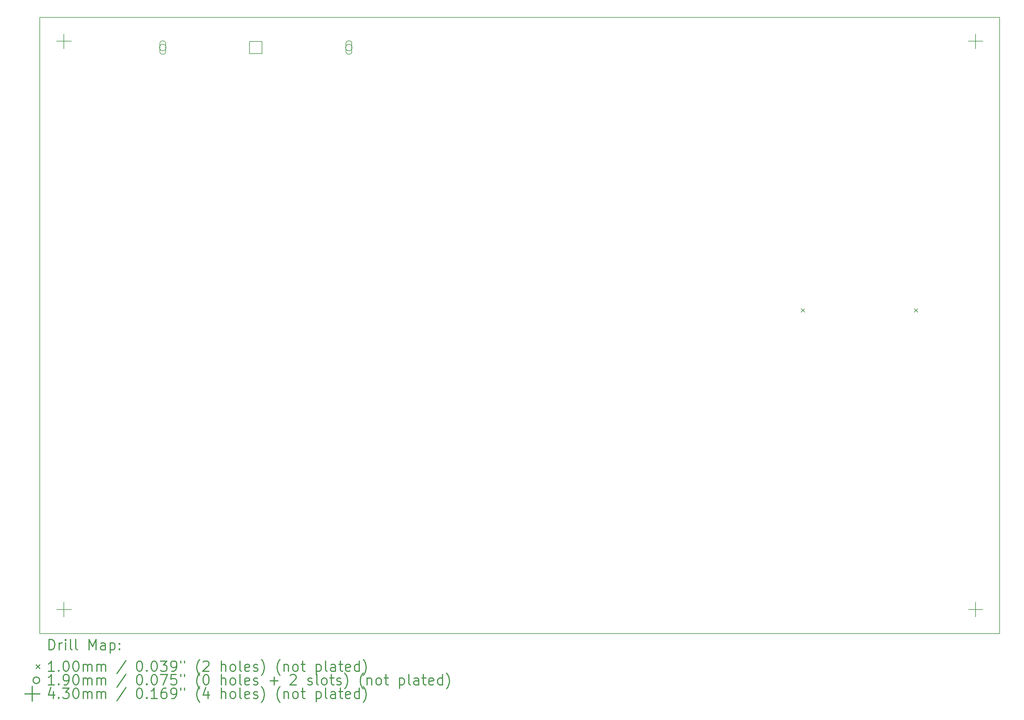
<source format=gbr>
%FSLAX45Y45*%
G04 Gerber Fmt 4.5, Leading zero omitted, Abs format (unit mm)*
G04 Created by KiCad (PCBNEW 4.0.7) date Wednesday 28 November 2018 'à' 00:53:56*
%MOMM*%
%LPD*%
G01*
G04 APERTURE LIST*
%ADD10C,0.127000*%
%ADD11C,0.150000*%
%ADD12C,0.200000*%
%ADD13C,0.300000*%
G04 APERTURE END LIST*
D10*
D11*
X11118000Y-6060500D02*
X11118000Y-5703000D01*
X11478000Y-6060500D02*
X11118000Y-6060500D01*
X11478000Y-5703000D02*
X11478000Y-6060500D01*
X11118000Y-5703000D02*
X11478000Y-5703000D01*
X5000000Y-23000000D02*
X5000000Y-5000000D01*
X33000000Y-23000000D02*
X5000000Y-23000000D01*
X33000000Y-5000000D02*
X33000000Y-23000000D01*
X5000000Y-5000000D02*
X33000000Y-5000000D01*
D12*
X27215000Y-13510400D02*
X27315000Y-13610400D01*
X27315000Y-13510400D02*
X27215000Y-13610400D01*
X30515000Y-13510400D02*
X30615000Y-13610400D01*
X30615000Y-13510400D02*
X30515000Y-13610400D01*
X8680500Y-5883000D02*
G75*
G03X8680500Y-5883000I-95000J0D01*
G01*
X8670500Y-5998000D02*
X8670500Y-5768000D01*
X8500500Y-5998000D02*
X8500500Y-5768000D01*
X8670500Y-5768000D02*
G75*
G03X8500500Y-5768000I-85000J0D01*
G01*
X8500500Y-5998000D02*
G75*
G03X8670500Y-5998000I85000J0D01*
G01*
X14110500Y-5883000D02*
G75*
G03X14110500Y-5883000I-95000J0D01*
G01*
X14100500Y-5998000D02*
X14100500Y-5768000D01*
X13930500Y-5998000D02*
X13930500Y-5768000D01*
X14100500Y-5768000D02*
G75*
G03X13930500Y-5768000I-85000J0D01*
G01*
X13930500Y-5998000D02*
G75*
G03X14100500Y-5998000I85000J0D01*
G01*
X5700000Y-5485000D02*
X5700000Y-5915000D01*
X5485000Y-5700000D02*
X5915000Y-5700000D01*
X5700000Y-22082500D02*
X5700000Y-22512500D01*
X5485000Y-22297500D02*
X5915000Y-22297500D01*
X32300000Y-5485000D02*
X32300000Y-5915000D01*
X32085000Y-5700000D02*
X32515000Y-5700000D01*
X32300000Y-22082500D02*
X32300000Y-22512500D01*
X32085000Y-22297500D02*
X32515000Y-22297500D01*
D13*
X5263929Y-23473214D02*
X5263929Y-23173214D01*
X5335357Y-23173214D01*
X5378214Y-23187500D01*
X5406786Y-23216071D01*
X5421071Y-23244643D01*
X5435357Y-23301786D01*
X5435357Y-23344643D01*
X5421071Y-23401786D01*
X5406786Y-23430357D01*
X5378214Y-23458929D01*
X5335357Y-23473214D01*
X5263929Y-23473214D01*
X5563929Y-23473214D02*
X5563929Y-23273214D01*
X5563929Y-23330357D02*
X5578214Y-23301786D01*
X5592500Y-23287500D01*
X5621071Y-23273214D01*
X5649643Y-23273214D01*
X5749643Y-23473214D02*
X5749643Y-23273214D01*
X5749643Y-23173214D02*
X5735357Y-23187500D01*
X5749643Y-23201786D01*
X5763928Y-23187500D01*
X5749643Y-23173214D01*
X5749643Y-23201786D01*
X5935357Y-23473214D02*
X5906786Y-23458929D01*
X5892500Y-23430357D01*
X5892500Y-23173214D01*
X6092500Y-23473214D02*
X6063928Y-23458929D01*
X6049643Y-23430357D01*
X6049643Y-23173214D01*
X6435357Y-23473214D02*
X6435357Y-23173214D01*
X6535357Y-23387500D01*
X6635357Y-23173214D01*
X6635357Y-23473214D01*
X6906786Y-23473214D02*
X6906786Y-23316071D01*
X6892500Y-23287500D01*
X6863928Y-23273214D01*
X6806786Y-23273214D01*
X6778214Y-23287500D01*
X6906786Y-23458929D02*
X6878214Y-23473214D01*
X6806786Y-23473214D01*
X6778214Y-23458929D01*
X6763928Y-23430357D01*
X6763928Y-23401786D01*
X6778214Y-23373214D01*
X6806786Y-23358929D01*
X6878214Y-23358929D01*
X6906786Y-23344643D01*
X7049643Y-23273214D02*
X7049643Y-23573214D01*
X7049643Y-23287500D02*
X7078214Y-23273214D01*
X7135357Y-23273214D01*
X7163928Y-23287500D01*
X7178214Y-23301786D01*
X7192500Y-23330357D01*
X7192500Y-23416071D01*
X7178214Y-23444643D01*
X7163928Y-23458929D01*
X7135357Y-23473214D01*
X7078214Y-23473214D01*
X7049643Y-23458929D01*
X7321071Y-23444643D02*
X7335357Y-23458929D01*
X7321071Y-23473214D01*
X7306786Y-23458929D01*
X7321071Y-23444643D01*
X7321071Y-23473214D01*
X7321071Y-23287500D02*
X7335357Y-23301786D01*
X7321071Y-23316071D01*
X7306786Y-23301786D01*
X7321071Y-23287500D01*
X7321071Y-23316071D01*
X4892500Y-23917500D02*
X4992500Y-24017500D01*
X4992500Y-23917500D02*
X4892500Y-24017500D01*
X5421071Y-24103214D02*
X5249643Y-24103214D01*
X5335357Y-24103214D02*
X5335357Y-23803214D01*
X5306786Y-23846071D01*
X5278214Y-23874643D01*
X5249643Y-23888929D01*
X5549643Y-24074643D02*
X5563929Y-24088929D01*
X5549643Y-24103214D01*
X5535357Y-24088929D01*
X5549643Y-24074643D01*
X5549643Y-24103214D01*
X5749643Y-23803214D02*
X5778214Y-23803214D01*
X5806786Y-23817500D01*
X5821071Y-23831786D01*
X5835357Y-23860357D01*
X5849643Y-23917500D01*
X5849643Y-23988929D01*
X5835357Y-24046071D01*
X5821071Y-24074643D01*
X5806786Y-24088929D01*
X5778214Y-24103214D01*
X5749643Y-24103214D01*
X5721071Y-24088929D01*
X5706786Y-24074643D01*
X5692500Y-24046071D01*
X5678214Y-23988929D01*
X5678214Y-23917500D01*
X5692500Y-23860357D01*
X5706786Y-23831786D01*
X5721071Y-23817500D01*
X5749643Y-23803214D01*
X6035357Y-23803214D02*
X6063928Y-23803214D01*
X6092500Y-23817500D01*
X6106786Y-23831786D01*
X6121071Y-23860357D01*
X6135357Y-23917500D01*
X6135357Y-23988929D01*
X6121071Y-24046071D01*
X6106786Y-24074643D01*
X6092500Y-24088929D01*
X6063928Y-24103214D01*
X6035357Y-24103214D01*
X6006786Y-24088929D01*
X5992500Y-24074643D01*
X5978214Y-24046071D01*
X5963928Y-23988929D01*
X5963928Y-23917500D01*
X5978214Y-23860357D01*
X5992500Y-23831786D01*
X6006786Y-23817500D01*
X6035357Y-23803214D01*
X6263928Y-24103214D02*
X6263928Y-23903214D01*
X6263928Y-23931786D02*
X6278214Y-23917500D01*
X6306786Y-23903214D01*
X6349643Y-23903214D01*
X6378214Y-23917500D01*
X6392500Y-23946071D01*
X6392500Y-24103214D01*
X6392500Y-23946071D02*
X6406786Y-23917500D01*
X6435357Y-23903214D01*
X6478214Y-23903214D01*
X6506786Y-23917500D01*
X6521071Y-23946071D01*
X6521071Y-24103214D01*
X6663928Y-24103214D02*
X6663928Y-23903214D01*
X6663928Y-23931786D02*
X6678214Y-23917500D01*
X6706786Y-23903214D01*
X6749643Y-23903214D01*
X6778214Y-23917500D01*
X6792500Y-23946071D01*
X6792500Y-24103214D01*
X6792500Y-23946071D02*
X6806786Y-23917500D01*
X6835357Y-23903214D01*
X6878214Y-23903214D01*
X6906786Y-23917500D01*
X6921071Y-23946071D01*
X6921071Y-24103214D01*
X7506786Y-23788929D02*
X7249643Y-24174643D01*
X7892500Y-23803214D02*
X7921071Y-23803214D01*
X7949643Y-23817500D01*
X7963928Y-23831786D01*
X7978214Y-23860357D01*
X7992500Y-23917500D01*
X7992500Y-23988929D01*
X7978214Y-24046071D01*
X7963928Y-24074643D01*
X7949643Y-24088929D01*
X7921071Y-24103214D01*
X7892500Y-24103214D01*
X7863928Y-24088929D01*
X7849643Y-24074643D01*
X7835357Y-24046071D01*
X7821071Y-23988929D01*
X7821071Y-23917500D01*
X7835357Y-23860357D01*
X7849643Y-23831786D01*
X7863928Y-23817500D01*
X7892500Y-23803214D01*
X8121071Y-24074643D02*
X8135357Y-24088929D01*
X8121071Y-24103214D01*
X8106786Y-24088929D01*
X8121071Y-24074643D01*
X8121071Y-24103214D01*
X8321071Y-23803214D02*
X8349643Y-23803214D01*
X8378214Y-23817500D01*
X8392500Y-23831786D01*
X8406786Y-23860357D01*
X8421071Y-23917500D01*
X8421071Y-23988929D01*
X8406786Y-24046071D01*
X8392500Y-24074643D01*
X8378214Y-24088929D01*
X8349643Y-24103214D01*
X8321071Y-24103214D01*
X8292500Y-24088929D01*
X8278214Y-24074643D01*
X8263928Y-24046071D01*
X8249643Y-23988929D01*
X8249643Y-23917500D01*
X8263928Y-23860357D01*
X8278214Y-23831786D01*
X8292500Y-23817500D01*
X8321071Y-23803214D01*
X8521071Y-23803214D02*
X8706786Y-23803214D01*
X8606786Y-23917500D01*
X8649643Y-23917500D01*
X8678214Y-23931786D01*
X8692500Y-23946071D01*
X8706786Y-23974643D01*
X8706786Y-24046071D01*
X8692500Y-24074643D01*
X8678214Y-24088929D01*
X8649643Y-24103214D01*
X8563928Y-24103214D01*
X8535357Y-24088929D01*
X8521071Y-24074643D01*
X8849643Y-24103214D02*
X8906786Y-24103214D01*
X8935357Y-24088929D01*
X8949643Y-24074643D01*
X8978214Y-24031786D01*
X8992500Y-23974643D01*
X8992500Y-23860357D01*
X8978214Y-23831786D01*
X8963928Y-23817500D01*
X8935357Y-23803214D01*
X8878214Y-23803214D01*
X8849643Y-23817500D01*
X8835357Y-23831786D01*
X8821071Y-23860357D01*
X8821071Y-23931786D01*
X8835357Y-23960357D01*
X8849643Y-23974643D01*
X8878214Y-23988929D01*
X8935357Y-23988929D01*
X8963928Y-23974643D01*
X8978214Y-23960357D01*
X8992500Y-23931786D01*
X9106786Y-23803214D02*
X9106786Y-23860357D01*
X9221071Y-23803214D02*
X9221071Y-23860357D01*
X9663928Y-24217500D02*
X9649643Y-24203214D01*
X9621071Y-24160357D01*
X9606786Y-24131786D01*
X9592500Y-24088929D01*
X9578214Y-24017500D01*
X9578214Y-23960357D01*
X9592500Y-23888929D01*
X9606786Y-23846071D01*
X9621071Y-23817500D01*
X9649643Y-23774643D01*
X9663928Y-23760357D01*
X9763928Y-23831786D02*
X9778214Y-23817500D01*
X9806786Y-23803214D01*
X9878214Y-23803214D01*
X9906786Y-23817500D01*
X9921071Y-23831786D01*
X9935357Y-23860357D01*
X9935357Y-23888929D01*
X9921071Y-23931786D01*
X9749643Y-24103214D01*
X9935357Y-24103214D01*
X10292500Y-24103214D02*
X10292500Y-23803214D01*
X10421071Y-24103214D02*
X10421071Y-23946071D01*
X10406786Y-23917500D01*
X10378214Y-23903214D01*
X10335357Y-23903214D01*
X10306786Y-23917500D01*
X10292500Y-23931786D01*
X10606786Y-24103214D02*
X10578214Y-24088929D01*
X10563928Y-24074643D01*
X10549643Y-24046071D01*
X10549643Y-23960357D01*
X10563928Y-23931786D01*
X10578214Y-23917500D01*
X10606786Y-23903214D01*
X10649643Y-23903214D01*
X10678214Y-23917500D01*
X10692500Y-23931786D01*
X10706786Y-23960357D01*
X10706786Y-24046071D01*
X10692500Y-24074643D01*
X10678214Y-24088929D01*
X10649643Y-24103214D01*
X10606786Y-24103214D01*
X10878214Y-24103214D02*
X10849643Y-24088929D01*
X10835357Y-24060357D01*
X10835357Y-23803214D01*
X11106786Y-24088929D02*
X11078214Y-24103214D01*
X11021071Y-24103214D01*
X10992500Y-24088929D01*
X10978214Y-24060357D01*
X10978214Y-23946071D01*
X10992500Y-23917500D01*
X11021071Y-23903214D01*
X11078214Y-23903214D01*
X11106786Y-23917500D01*
X11121071Y-23946071D01*
X11121071Y-23974643D01*
X10978214Y-24003214D01*
X11235357Y-24088929D02*
X11263928Y-24103214D01*
X11321071Y-24103214D01*
X11349643Y-24088929D01*
X11363928Y-24060357D01*
X11363928Y-24046071D01*
X11349643Y-24017500D01*
X11321071Y-24003214D01*
X11278214Y-24003214D01*
X11249643Y-23988929D01*
X11235357Y-23960357D01*
X11235357Y-23946071D01*
X11249643Y-23917500D01*
X11278214Y-23903214D01*
X11321071Y-23903214D01*
X11349643Y-23917500D01*
X11463928Y-24217500D02*
X11478214Y-24203214D01*
X11506786Y-24160357D01*
X11521071Y-24131786D01*
X11535357Y-24088929D01*
X11549643Y-24017500D01*
X11549643Y-23960357D01*
X11535357Y-23888929D01*
X11521071Y-23846071D01*
X11506786Y-23817500D01*
X11478214Y-23774643D01*
X11463928Y-23760357D01*
X12006786Y-24217500D02*
X11992500Y-24203214D01*
X11963928Y-24160357D01*
X11949643Y-24131786D01*
X11935357Y-24088929D01*
X11921071Y-24017500D01*
X11921071Y-23960357D01*
X11935357Y-23888929D01*
X11949643Y-23846071D01*
X11963928Y-23817500D01*
X11992500Y-23774643D01*
X12006786Y-23760357D01*
X12121071Y-23903214D02*
X12121071Y-24103214D01*
X12121071Y-23931786D02*
X12135357Y-23917500D01*
X12163928Y-23903214D01*
X12206786Y-23903214D01*
X12235357Y-23917500D01*
X12249643Y-23946071D01*
X12249643Y-24103214D01*
X12435357Y-24103214D02*
X12406786Y-24088929D01*
X12392500Y-24074643D01*
X12378214Y-24046071D01*
X12378214Y-23960357D01*
X12392500Y-23931786D01*
X12406786Y-23917500D01*
X12435357Y-23903214D01*
X12478214Y-23903214D01*
X12506786Y-23917500D01*
X12521071Y-23931786D01*
X12535357Y-23960357D01*
X12535357Y-24046071D01*
X12521071Y-24074643D01*
X12506786Y-24088929D01*
X12478214Y-24103214D01*
X12435357Y-24103214D01*
X12621071Y-23903214D02*
X12735357Y-23903214D01*
X12663928Y-23803214D02*
X12663928Y-24060357D01*
X12678214Y-24088929D01*
X12706786Y-24103214D01*
X12735357Y-24103214D01*
X13063928Y-23903214D02*
X13063928Y-24203214D01*
X13063928Y-23917500D02*
X13092500Y-23903214D01*
X13149643Y-23903214D01*
X13178214Y-23917500D01*
X13192500Y-23931786D01*
X13206786Y-23960357D01*
X13206786Y-24046071D01*
X13192500Y-24074643D01*
X13178214Y-24088929D01*
X13149643Y-24103214D01*
X13092500Y-24103214D01*
X13063928Y-24088929D01*
X13378214Y-24103214D02*
X13349643Y-24088929D01*
X13335357Y-24060357D01*
X13335357Y-23803214D01*
X13621071Y-24103214D02*
X13621071Y-23946071D01*
X13606786Y-23917500D01*
X13578214Y-23903214D01*
X13521071Y-23903214D01*
X13492500Y-23917500D01*
X13621071Y-24088929D02*
X13592500Y-24103214D01*
X13521071Y-24103214D01*
X13492500Y-24088929D01*
X13478214Y-24060357D01*
X13478214Y-24031786D01*
X13492500Y-24003214D01*
X13521071Y-23988929D01*
X13592500Y-23988929D01*
X13621071Y-23974643D01*
X13721071Y-23903214D02*
X13835357Y-23903214D01*
X13763929Y-23803214D02*
X13763929Y-24060357D01*
X13778214Y-24088929D01*
X13806786Y-24103214D01*
X13835357Y-24103214D01*
X14049643Y-24088929D02*
X14021071Y-24103214D01*
X13963929Y-24103214D01*
X13935357Y-24088929D01*
X13921071Y-24060357D01*
X13921071Y-23946071D01*
X13935357Y-23917500D01*
X13963929Y-23903214D01*
X14021071Y-23903214D01*
X14049643Y-23917500D01*
X14063929Y-23946071D01*
X14063929Y-23974643D01*
X13921071Y-24003214D01*
X14321071Y-24103214D02*
X14321071Y-23803214D01*
X14321071Y-24088929D02*
X14292500Y-24103214D01*
X14235357Y-24103214D01*
X14206786Y-24088929D01*
X14192500Y-24074643D01*
X14178214Y-24046071D01*
X14178214Y-23960357D01*
X14192500Y-23931786D01*
X14206786Y-23917500D01*
X14235357Y-23903214D01*
X14292500Y-23903214D01*
X14321071Y-23917500D01*
X14435357Y-24217500D02*
X14449643Y-24203214D01*
X14478214Y-24160357D01*
X14492500Y-24131786D01*
X14506786Y-24088929D01*
X14521071Y-24017500D01*
X14521071Y-23960357D01*
X14506786Y-23888929D01*
X14492500Y-23846071D01*
X14478214Y-23817500D01*
X14449643Y-23774643D01*
X14435357Y-23760357D01*
X4992500Y-24363500D02*
G75*
G03X4992500Y-24363500I-95000J0D01*
G01*
X5421071Y-24499214D02*
X5249643Y-24499214D01*
X5335357Y-24499214D02*
X5335357Y-24199214D01*
X5306786Y-24242071D01*
X5278214Y-24270643D01*
X5249643Y-24284929D01*
X5549643Y-24470643D02*
X5563929Y-24484929D01*
X5549643Y-24499214D01*
X5535357Y-24484929D01*
X5549643Y-24470643D01*
X5549643Y-24499214D01*
X5706786Y-24499214D02*
X5763928Y-24499214D01*
X5792500Y-24484929D01*
X5806786Y-24470643D01*
X5835357Y-24427786D01*
X5849643Y-24370643D01*
X5849643Y-24256357D01*
X5835357Y-24227786D01*
X5821071Y-24213500D01*
X5792500Y-24199214D01*
X5735357Y-24199214D01*
X5706786Y-24213500D01*
X5692500Y-24227786D01*
X5678214Y-24256357D01*
X5678214Y-24327786D01*
X5692500Y-24356357D01*
X5706786Y-24370643D01*
X5735357Y-24384929D01*
X5792500Y-24384929D01*
X5821071Y-24370643D01*
X5835357Y-24356357D01*
X5849643Y-24327786D01*
X6035357Y-24199214D02*
X6063928Y-24199214D01*
X6092500Y-24213500D01*
X6106786Y-24227786D01*
X6121071Y-24256357D01*
X6135357Y-24313500D01*
X6135357Y-24384929D01*
X6121071Y-24442071D01*
X6106786Y-24470643D01*
X6092500Y-24484929D01*
X6063928Y-24499214D01*
X6035357Y-24499214D01*
X6006786Y-24484929D01*
X5992500Y-24470643D01*
X5978214Y-24442071D01*
X5963928Y-24384929D01*
X5963928Y-24313500D01*
X5978214Y-24256357D01*
X5992500Y-24227786D01*
X6006786Y-24213500D01*
X6035357Y-24199214D01*
X6263928Y-24499214D02*
X6263928Y-24299214D01*
X6263928Y-24327786D02*
X6278214Y-24313500D01*
X6306786Y-24299214D01*
X6349643Y-24299214D01*
X6378214Y-24313500D01*
X6392500Y-24342071D01*
X6392500Y-24499214D01*
X6392500Y-24342071D02*
X6406786Y-24313500D01*
X6435357Y-24299214D01*
X6478214Y-24299214D01*
X6506786Y-24313500D01*
X6521071Y-24342071D01*
X6521071Y-24499214D01*
X6663928Y-24499214D02*
X6663928Y-24299214D01*
X6663928Y-24327786D02*
X6678214Y-24313500D01*
X6706786Y-24299214D01*
X6749643Y-24299214D01*
X6778214Y-24313500D01*
X6792500Y-24342071D01*
X6792500Y-24499214D01*
X6792500Y-24342071D02*
X6806786Y-24313500D01*
X6835357Y-24299214D01*
X6878214Y-24299214D01*
X6906786Y-24313500D01*
X6921071Y-24342071D01*
X6921071Y-24499214D01*
X7506786Y-24184929D02*
X7249643Y-24570643D01*
X7892500Y-24199214D02*
X7921071Y-24199214D01*
X7949643Y-24213500D01*
X7963928Y-24227786D01*
X7978214Y-24256357D01*
X7992500Y-24313500D01*
X7992500Y-24384929D01*
X7978214Y-24442071D01*
X7963928Y-24470643D01*
X7949643Y-24484929D01*
X7921071Y-24499214D01*
X7892500Y-24499214D01*
X7863928Y-24484929D01*
X7849643Y-24470643D01*
X7835357Y-24442071D01*
X7821071Y-24384929D01*
X7821071Y-24313500D01*
X7835357Y-24256357D01*
X7849643Y-24227786D01*
X7863928Y-24213500D01*
X7892500Y-24199214D01*
X8121071Y-24470643D02*
X8135357Y-24484929D01*
X8121071Y-24499214D01*
X8106786Y-24484929D01*
X8121071Y-24470643D01*
X8121071Y-24499214D01*
X8321071Y-24199214D02*
X8349643Y-24199214D01*
X8378214Y-24213500D01*
X8392500Y-24227786D01*
X8406786Y-24256357D01*
X8421071Y-24313500D01*
X8421071Y-24384929D01*
X8406786Y-24442071D01*
X8392500Y-24470643D01*
X8378214Y-24484929D01*
X8349643Y-24499214D01*
X8321071Y-24499214D01*
X8292500Y-24484929D01*
X8278214Y-24470643D01*
X8263928Y-24442071D01*
X8249643Y-24384929D01*
X8249643Y-24313500D01*
X8263928Y-24256357D01*
X8278214Y-24227786D01*
X8292500Y-24213500D01*
X8321071Y-24199214D01*
X8521071Y-24199214D02*
X8721071Y-24199214D01*
X8592500Y-24499214D01*
X8978214Y-24199214D02*
X8835357Y-24199214D01*
X8821071Y-24342071D01*
X8835357Y-24327786D01*
X8863928Y-24313500D01*
X8935357Y-24313500D01*
X8963928Y-24327786D01*
X8978214Y-24342071D01*
X8992500Y-24370643D01*
X8992500Y-24442071D01*
X8978214Y-24470643D01*
X8963928Y-24484929D01*
X8935357Y-24499214D01*
X8863928Y-24499214D01*
X8835357Y-24484929D01*
X8821071Y-24470643D01*
X9106786Y-24199214D02*
X9106786Y-24256357D01*
X9221071Y-24199214D02*
X9221071Y-24256357D01*
X9663928Y-24613500D02*
X9649643Y-24599214D01*
X9621071Y-24556357D01*
X9606786Y-24527786D01*
X9592500Y-24484929D01*
X9578214Y-24413500D01*
X9578214Y-24356357D01*
X9592500Y-24284929D01*
X9606786Y-24242071D01*
X9621071Y-24213500D01*
X9649643Y-24170643D01*
X9663928Y-24156357D01*
X9835357Y-24199214D02*
X9863928Y-24199214D01*
X9892500Y-24213500D01*
X9906786Y-24227786D01*
X9921071Y-24256357D01*
X9935357Y-24313500D01*
X9935357Y-24384929D01*
X9921071Y-24442071D01*
X9906786Y-24470643D01*
X9892500Y-24484929D01*
X9863928Y-24499214D01*
X9835357Y-24499214D01*
X9806786Y-24484929D01*
X9792500Y-24470643D01*
X9778214Y-24442071D01*
X9763928Y-24384929D01*
X9763928Y-24313500D01*
X9778214Y-24256357D01*
X9792500Y-24227786D01*
X9806786Y-24213500D01*
X9835357Y-24199214D01*
X10292500Y-24499214D02*
X10292500Y-24199214D01*
X10421071Y-24499214D02*
X10421071Y-24342071D01*
X10406786Y-24313500D01*
X10378214Y-24299214D01*
X10335357Y-24299214D01*
X10306786Y-24313500D01*
X10292500Y-24327786D01*
X10606786Y-24499214D02*
X10578214Y-24484929D01*
X10563928Y-24470643D01*
X10549643Y-24442071D01*
X10549643Y-24356357D01*
X10563928Y-24327786D01*
X10578214Y-24313500D01*
X10606786Y-24299214D01*
X10649643Y-24299214D01*
X10678214Y-24313500D01*
X10692500Y-24327786D01*
X10706786Y-24356357D01*
X10706786Y-24442071D01*
X10692500Y-24470643D01*
X10678214Y-24484929D01*
X10649643Y-24499214D01*
X10606786Y-24499214D01*
X10878214Y-24499214D02*
X10849643Y-24484929D01*
X10835357Y-24456357D01*
X10835357Y-24199214D01*
X11106786Y-24484929D02*
X11078214Y-24499214D01*
X11021071Y-24499214D01*
X10992500Y-24484929D01*
X10978214Y-24456357D01*
X10978214Y-24342071D01*
X10992500Y-24313500D01*
X11021071Y-24299214D01*
X11078214Y-24299214D01*
X11106786Y-24313500D01*
X11121071Y-24342071D01*
X11121071Y-24370643D01*
X10978214Y-24399214D01*
X11235357Y-24484929D02*
X11263928Y-24499214D01*
X11321071Y-24499214D01*
X11349643Y-24484929D01*
X11363928Y-24456357D01*
X11363928Y-24442071D01*
X11349643Y-24413500D01*
X11321071Y-24399214D01*
X11278214Y-24399214D01*
X11249643Y-24384929D01*
X11235357Y-24356357D01*
X11235357Y-24342071D01*
X11249643Y-24313500D01*
X11278214Y-24299214D01*
X11321071Y-24299214D01*
X11349643Y-24313500D01*
X11721071Y-24384929D02*
X11949643Y-24384929D01*
X11835357Y-24499214D02*
X11835357Y-24270643D01*
X12306786Y-24227786D02*
X12321071Y-24213500D01*
X12349643Y-24199214D01*
X12421071Y-24199214D01*
X12449643Y-24213500D01*
X12463928Y-24227786D01*
X12478214Y-24256357D01*
X12478214Y-24284929D01*
X12463928Y-24327786D01*
X12292500Y-24499214D01*
X12478214Y-24499214D01*
X12821071Y-24484929D02*
X12849643Y-24499214D01*
X12906785Y-24499214D01*
X12935357Y-24484929D01*
X12949643Y-24456357D01*
X12949643Y-24442071D01*
X12935357Y-24413500D01*
X12906785Y-24399214D01*
X12863928Y-24399214D01*
X12835357Y-24384929D01*
X12821071Y-24356357D01*
X12821071Y-24342071D01*
X12835357Y-24313500D01*
X12863928Y-24299214D01*
X12906785Y-24299214D01*
X12935357Y-24313500D01*
X13121071Y-24499214D02*
X13092500Y-24484929D01*
X13078214Y-24456357D01*
X13078214Y-24199214D01*
X13278214Y-24499214D02*
X13249643Y-24484929D01*
X13235357Y-24470643D01*
X13221071Y-24442071D01*
X13221071Y-24356357D01*
X13235357Y-24327786D01*
X13249643Y-24313500D01*
X13278214Y-24299214D01*
X13321071Y-24299214D01*
X13349643Y-24313500D01*
X13363928Y-24327786D01*
X13378214Y-24356357D01*
X13378214Y-24442071D01*
X13363928Y-24470643D01*
X13349643Y-24484929D01*
X13321071Y-24499214D01*
X13278214Y-24499214D01*
X13463928Y-24299214D02*
X13578214Y-24299214D01*
X13506786Y-24199214D02*
X13506786Y-24456357D01*
X13521071Y-24484929D01*
X13549643Y-24499214D01*
X13578214Y-24499214D01*
X13663928Y-24484929D02*
X13692500Y-24499214D01*
X13749643Y-24499214D01*
X13778214Y-24484929D01*
X13792500Y-24456357D01*
X13792500Y-24442071D01*
X13778214Y-24413500D01*
X13749643Y-24399214D01*
X13706786Y-24399214D01*
X13678214Y-24384929D01*
X13663928Y-24356357D01*
X13663928Y-24342071D01*
X13678214Y-24313500D01*
X13706786Y-24299214D01*
X13749643Y-24299214D01*
X13778214Y-24313500D01*
X13892500Y-24613500D02*
X13906786Y-24599214D01*
X13935357Y-24556357D01*
X13949643Y-24527786D01*
X13963928Y-24484929D01*
X13978214Y-24413500D01*
X13978214Y-24356357D01*
X13963928Y-24284929D01*
X13949643Y-24242071D01*
X13935357Y-24213500D01*
X13906786Y-24170643D01*
X13892500Y-24156357D01*
X14435357Y-24613500D02*
X14421071Y-24599214D01*
X14392500Y-24556357D01*
X14378214Y-24527786D01*
X14363928Y-24484929D01*
X14349643Y-24413500D01*
X14349643Y-24356357D01*
X14363928Y-24284929D01*
X14378214Y-24242071D01*
X14392500Y-24213500D01*
X14421071Y-24170643D01*
X14435357Y-24156357D01*
X14549643Y-24299214D02*
X14549643Y-24499214D01*
X14549643Y-24327786D02*
X14563928Y-24313500D01*
X14592500Y-24299214D01*
X14635357Y-24299214D01*
X14663928Y-24313500D01*
X14678214Y-24342071D01*
X14678214Y-24499214D01*
X14863928Y-24499214D02*
X14835357Y-24484929D01*
X14821071Y-24470643D01*
X14806786Y-24442071D01*
X14806786Y-24356357D01*
X14821071Y-24327786D01*
X14835357Y-24313500D01*
X14863928Y-24299214D01*
X14906786Y-24299214D01*
X14935357Y-24313500D01*
X14949643Y-24327786D01*
X14963928Y-24356357D01*
X14963928Y-24442071D01*
X14949643Y-24470643D01*
X14935357Y-24484929D01*
X14906786Y-24499214D01*
X14863928Y-24499214D01*
X15049643Y-24299214D02*
X15163928Y-24299214D01*
X15092500Y-24199214D02*
X15092500Y-24456357D01*
X15106786Y-24484929D01*
X15135357Y-24499214D01*
X15163928Y-24499214D01*
X15492500Y-24299214D02*
X15492500Y-24599214D01*
X15492500Y-24313500D02*
X15521071Y-24299214D01*
X15578214Y-24299214D01*
X15606786Y-24313500D01*
X15621071Y-24327786D01*
X15635357Y-24356357D01*
X15635357Y-24442071D01*
X15621071Y-24470643D01*
X15606786Y-24484929D01*
X15578214Y-24499214D01*
X15521071Y-24499214D01*
X15492500Y-24484929D01*
X15806786Y-24499214D02*
X15778214Y-24484929D01*
X15763928Y-24456357D01*
X15763928Y-24199214D01*
X16049643Y-24499214D02*
X16049643Y-24342071D01*
X16035357Y-24313500D01*
X16006786Y-24299214D01*
X15949643Y-24299214D01*
X15921071Y-24313500D01*
X16049643Y-24484929D02*
X16021071Y-24499214D01*
X15949643Y-24499214D01*
X15921071Y-24484929D01*
X15906786Y-24456357D01*
X15906786Y-24427786D01*
X15921071Y-24399214D01*
X15949643Y-24384929D01*
X16021071Y-24384929D01*
X16049643Y-24370643D01*
X16149643Y-24299214D02*
X16263928Y-24299214D01*
X16192500Y-24199214D02*
X16192500Y-24456357D01*
X16206786Y-24484929D01*
X16235357Y-24499214D01*
X16263928Y-24499214D01*
X16478214Y-24484929D02*
X16449643Y-24499214D01*
X16392500Y-24499214D01*
X16363929Y-24484929D01*
X16349643Y-24456357D01*
X16349643Y-24342071D01*
X16363929Y-24313500D01*
X16392500Y-24299214D01*
X16449643Y-24299214D01*
X16478214Y-24313500D01*
X16492500Y-24342071D01*
X16492500Y-24370643D01*
X16349643Y-24399214D01*
X16749643Y-24499214D02*
X16749643Y-24199214D01*
X16749643Y-24484929D02*
X16721071Y-24499214D01*
X16663929Y-24499214D01*
X16635357Y-24484929D01*
X16621071Y-24470643D01*
X16606786Y-24442071D01*
X16606786Y-24356357D01*
X16621071Y-24327786D01*
X16635357Y-24313500D01*
X16663929Y-24299214D01*
X16721071Y-24299214D01*
X16749643Y-24313500D01*
X16863929Y-24613500D02*
X16878214Y-24599214D01*
X16906786Y-24556357D01*
X16921072Y-24527786D01*
X16935357Y-24484929D01*
X16949643Y-24413500D01*
X16949643Y-24356357D01*
X16935357Y-24284929D01*
X16921072Y-24242071D01*
X16906786Y-24213500D01*
X16878214Y-24170643D01*
X16863929Y-24156357D01*
X4777500Y-24544500D02*
X4777500Y-24974500D01*
X4562500Y-24759500D02*
X4992500Y-24759500D01*
X5392500Y-24695214D02*
X5392500Y-24895214D01*
X5321071Y-24580929D02*
X5249643Y-24795214D01*
X5435357Y-24795214D01*
X5549643Y-24866643D02*
X5563929Y-24880929D01*
X5549643Y-24895214D01*
X5535357Y-24880929D01*
X5549643Y-24866643D01*
X5549643Y-24895214D01*
X5663928Y-24595214D02*
X5849643Y-24595214D01*
X5749643Y-24709500D01*
X5792500Y-24709500D01*
X5821071Y-24723786D01*
X5835357Y-24738071D01*
X5849643Y-24766643D01*
X5849643Y-24838071D01*
X5835357Y-24866643D01*
X5821071Y-24880929D01*
X5792500Y-24895214D01*
X5706786Y-24895214D01*
X5678214Y-24880929D01*
X5663928Y-24866643D01*
X6035357Y-24595214D02*
X6063928Y-24595214D01*
X6092500Y-24609500D01*
X6106786Y-24623786D01*
X6121071Y-24652357D01*
X6135357Y-24709500D01*
X6135357Y-24780929D01*
X6121071Y-24838071D01*
X6106786Y-24866643D01*
X6092500Y-24880929D01*
X6063928Y-24895214D01*
X6035357Y-24895214D01*
X6006786Y-24880929D01*
X5992500Y-24866643D01*
X5978214Y-24838071D01*
X5963928Y-24780929D01*
X5963928Y-24709500D01*
X5978214Y-24652357D01*
X5992500Y-24623786D01*
X6006786Y-24609500D01*
X6035357Y-24595214D01*
X6263928Y-24895214D02*
X6263928Y-24695214D01*
X6263928Y-24723786D02*
X6278214Y-24709500D01*
X6306786Y-24695214D01*
X6349643Y-24695214D01*
X6378214Y-24709500D01*
X6392500Y-24738071D01*
X6392500Y-24895214D01*
X6392500Y-24738071D02*
X6406786Y-24709500D01*
X6435357Y-24695214D01*
X6478214Y-24695214D01*
X6506786Y-24709500D01*
X6521071Y-24738071D01*
X6521071Y-24895214D01*
X6663928Y-24895214D02*
X6663928Y-24695214D01*
X6663928Y-24723786D02*
X6678214Y-24709500D01*
X6706786Y-24695214D01*
X6749643Y-24695214D01*
X6778214Y-24709500D01*
X6792500Y-24738071D01*
X6792500Y-24895214D01*
X6792500Y-24738071D02*
X6806786Y-24709500D01*
X6835357Y-24695214D01*
X6878214Y-24695214D01*
X6906786Y-24709500D01*
X6921071Y-24738071D01*
X6921071Y-24895214D01*
X7506786Y-24580929D02*
X7249643Y-24966643D01*
X7892500Y-24595214D02*
X7921071Y-24595214D01*
X7949643Y-24609500D01*
X7963928Y-24623786D01*
X7978214Y-24652357D01*
X7992500Y-24709500D01*
X7992500Y-24780929D01*
X7978214Y-24838071D01*
X7963928Y-24866643D01*
X7949643Y-24880929D01*
X7921071Y-24895214D01*
X7892500Y-24895214D01*
X7863928Y-24880929D01*
X7849643Y-24866643D01*
X7835357Y-24838071D01*
X7821071Y-24780929D01*
X7821071Y-24709500D01*
X7835357Y-24652357D01*
X7849643Y-24623786D01*
X7863928Y-24609500D01*
X7892500Y-24595214D01*
X8121071Y-24866643D02*
X8135357Y-24880929D01*
X8121071Y-24895214D01*
X8106786Y-24880929D01*
X8121071Y-24866643D01*
X8121071Y-24895214D01*
X8421071Y-24895214D02*
X8249643Y-24895214D01*
X8335357Y-24895214D02*
X8335357Y-24595214D01*
X8306785Y-24638071D01*
X8278214Y-24666643D01*
X8249643Y-24680929D01*
X8678214Y-24595214D02*
X8621071Y-24595214D01*
X8592500Y-24609500D01*
X8578214Y-24623786D01*
X8549643Y-24666643D01*
X8535357Y-24723786D01*
X8535357Y-24838071D01*
X8549643Y-24866643D01*
X8563928Y-24880929D01*
X8592500Y-24895214D01*
X8649643Y-24895214D01*
X8678214Y-24880929D01*
X8692500Y-24866643D01*
X8706786Y-24838071D01*
X8706786Y-24766643D01*
X8692500Y-24738071D01*
X8678214Y-24723786D01*
X8649643Y-24709500D01*
X8592500Y-24709500D01*
X8563928Y-24723786D01*
X8549643Y-24738071D01*
X8535357Y-24766643D01*
X8849643Y-24895214D02*
X8906786Y-24895214D01*
X8935357Y-24880929D01*
X8949643Y-24866643D01*
X8978214Y-24823786D01*
X8992500Y-24766643D01*
X8992500Y-24652357D01*
X8978214Y-24623786D01*
X8963928Y-24609500D01*
X8935357Y-24595214D01*
X8878214Y-24595214D01*
X8849643Y-24609500D01*
X8835357Y-24623786D01*
X8821071Y-24652357D01*
X8821071Y-24723786D01*
X8835357Y-24752357D01*
X8849643Y-24766643D01*
X8878214Y-24780929D01*
X8935357Y-24780929D01*
X8963928Y-24766643D01*
X8978214Y-24752357D01*
X8992500Y-24723786D01*
X9106786Y-24595214D02*
X9106786Y-24652357D01*
X9221071Y-24595214D02*
X9221071Y-24652357D01*
X9663928Y-25009500D02*
X9649643Y-24995214D01*
X9621071Y-24952357D01*
X9606786Y-24923786D01*
X9592500Y-24880929D01*
X9578214Y-24809500D01*
X9578214Y-24752357D01*
X9592500Y-24680929D01*
X9606786Y-24638071D01*
X9621071Y-24609500D01*
X9649643Y-24566643D01*
X9663928Y-24552357D01*
X9906786Y-24695214D02*
X9906786Y-24895214D01*
X9835357Y-24580929D02*
X9763928Y-24795214D01*
X9949643Y-24795214D01*
X10292500Y-24895214D02*
X10292500Y-24595214D01*
X10421071Y-24895214D02*
X10421071Y-24738071D01*
X10406786Y-24709500D01*
X10378214Y-24695214D01*
X10335357Y-24695214D01*
X10306786Y-24709500D01*
X10292500Y-24723786D01*
X10606786Y-24895214D02*
X10578214Y-24880929D01*
X10563928Y-24866643D01*
X10549643Y-24838071D01*
X10549643Y-24752357D01*
X10563928Y-24723786D01*
X10578214Y-24709500D01*
X10606786Y-24695214D01*
X10649643Y-24695214D01*
X10678214Y-24709500D01*
X10692500Y-24723786D01*
X10706786Y-24752357D01*
X10706786Y-24838071D01*
X10692500Y-24866643D01*
X10678214Y-24880929D01*
X10649643Y-24895214D01*
X10606786Y-24895214D01*
X10878214Y-24895214D02*
X10849643Y-24880929D01*
X10835357Y-24852357D01*
X10835357Y-24595214D01*
X11106786Y-24880929D02*
X11078214Y-24895214D01*
X11021071Y-24895214D01*
X10992500Y-24880929D01*
X10978214Y-24852357D01*
X10978214Y-24738071D01*
X10992500Y-24709500D01*
X11021071Y-24695214D01*
X11078214Y-24695214D01*
X11106786Y-24709500D01*
X11121071Y-24738071D01*
X11121071Y-24766643D01*
X10978214Y-24795214D01*
X11235357Y-24880929D02*
X11263928Y-24895214D01*
X11321071Y-24895214D01*
X11349643Y-24880929D01*
X11363928Y-24852357D01*
X11363928Y-24838071D01*
X11349643Y-24809500D01*
X11321071Y-24795214D01*
X11278214Y-24795214D01*
X11249643Y-24780929D01*
X11235357Y-24752357D01*
X11235357Y-24738071D01*
X11249643Y-24709500D01*
X11278214Y-24695214D01*
X11321071Y-24695214D01*
X11349643Y-24709500D01*
X11463928Y-25009500D02*
X11478214Y-24995214D01*
X11506786Y-24952357D01*
X11521071Y-24923786D01*
X11535357Y-24880929D01*
X11549643Y-24809500D01*
X11549643Y-24752357D01*
X11535357Y-24680929D01*
X11521071Y-24638071D01*
X11506786Y-24609500D01*
X11478214Y-24566643D01*
X11463928Y-24552357D01*
X12006786Y-25009500D02*
X11992500Y-24995214D01*
X11963928Y-24952357D01*
X11949643Y-24923786D01*
X11935357Y-24880929D01*
X11921071Y-24809500D01*
X11921071Y-24752357D01*
X11935357Y-24680929D01*
X11949643Y-24638071D01*
X11963928Y-24609500D01*
X11992500Y-24566643D01*
X12006786Y-24552357D01*
X12121071Y-24695214D02*
X12121071Y-24895214D01*
X12121071Y-24723786D02*
X12135357Y-24709500D01*
X12163928Y-24695214D01*
X12206786Y-24695214D01*
X12235357Y-24709500D01*
X12249643Y-24738071D01*
X12249643Y-24895214D01*
X12435357Y-24895214D02*
X12406786Y-24880929D01*
X12392500Y-24866643D01*
X12378214Y-24838071D01*
X12378214Y-24752357D01*
X12392500Y-24723786D01*
X12406786Y-24709500D01*
X12435357Y-24695214D01*
X12478214Y-24695214D01*
X12506786Y-24709500D01*
X12521071Y-24723786D01*
X12535357Y-24752357D01*
X12535357Y-24838071D01*
X12521071Y-24866643D01*
X12506786Y-24880929D01*
X12478214Y-24895214D01*
X12435357Y-24895214D01*
X12621071Y-24695214D02*
X12735357Y-24695214D01*
X12663928Y-24595214D02*
X12663928Y-24852357D01*
X12678214Y-24880929D01*
X12706786Y-24895214D01*
X12735357Y-24895214D01*
X13063928Y-24695214D02*
X13063928Y-24995214D01*
X13063928Y-24709500D02*
X13092500Y-24695214D01*
X13149643Y-24695214D01*
X13178214Y-24709500D01*
X13192500Y-24723786D01*
X13206786Y-24752357D01*
X13206786Y-24838071D01*
X13192500Y-24866643D01*
X13178214Y-24880929D01*
X13149643Y-24895214D01*
X13092500Y-24895214D01*
X13063928Y-24880929D01*
X13378214Y-24895214D02*
X13349643Y-24880929D01*
X13335357Y-24852357D01*
X13335357Y-24595214D01*
X13621071Y-24895214D02*
X13621071Y-24738071D01*
X13606786Y-24709500D01*
X13578214Y-24695214D01*
X13521071Y-24695214D01*
X13492500Y-24709500D01*
X13621071Y-24880929D02*
X13592500Y-24895214D01*
X13521071Y-24895214D01*
X13492500Y-24880929D01*
X13478214Y-24852357D01*
X13478214Y-24823786D01*
X13492500Y-24795214D01*
X13521071Y-24780929D01*
X13592500Y-24780929D01*
X13621071Y-24766643D01*
X13721071Y-24695214D02*
X13835357Y-24695214D01*
X13763929Y-24595214D02*
X13763929Y-24852357D01*
X13778214Y-24880929D01*
X13806786Y-24895214D01*
X13835357Y-24895214D01*
X14049643Y-24880929D02*
X14021071Y-24895214D01*
X13963929Y-24895214D01*
X13935357Y-24880929D01*
X13921071Y-24852357D01*
X13921071Y-24738071D01*
X13935357Y-24709500D01*
X13963929Y-24695214D01*
X14021071Y-24695214D01*
X14049643Y-24709500D01*
X14063929Y-24738071D01*
X14063929Y-24766643D01*
X13921071Y-24795214D01*
X14321071Y-24895214D02*
X14321071Y-24595214D01*
X14321071Y-24880929D02*
X14292500Y-24895214D01*
X14235357Y-24895214D01*
X14206786Y-24880929D01*
X14192500Y-24866643D01*
X14178214Y-24838071D01*
X14178214Y-24752357D01*
X14192500Y-24723786D01*
X14206786Y-24709500D01*
X14235357Y-24695214D01*
X14292500Y-24695214D01*
X14321071Y-24709500D01*
X14435357Y-25009500D02*
X14449643Y-24995214D01*
X14478214Y-24952357D01*
X14492500Y-24923786D01*
X14506786Y-24880929D01*
X14521071Y-24809500D01*
X14521071Y-24752357D01*
X14506786Y-24680929D01*
X14492500Y-24638071D01*
X14478214Y-24609500D01*
X14449643Y-24566643D01*
X14435357Y-24552357D01*
M02*

</source>
